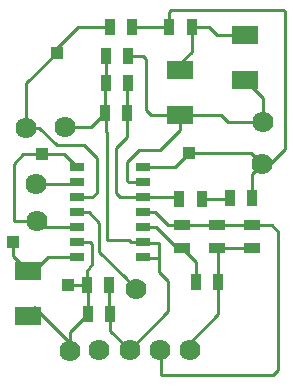
<source format=gtl>
G04 (created by PCBNEW (2013-07-07 BZR 4022)-stable) date 11/20/2014 12:16:24 PM*
%MOIN*%
G04 Gerber Fmt 3.4, Leading zero omitted, Abs format*
%FSLAX34Y34*%
G01*
G70*
G90*
G04 APERTURE LIST*
%ADD10C,0.00590551*%
%ADD11R,0.05X0.025*%
%ADD12R,0.035X0.055*%
%ADD13R,0.055X0.035*%
%ADD14R,0.0393701X0.0393701*%
%ADD15R,0.0866X0.063*%
%ADD16C,0.0700787*%
%ADD17C,0.07*%
%ADD18C,0.01*%
G04 APERTURE END LIST*
G54D10*
G54D11*
X16700Y-14300D03*
X16700Y-13800D03*
X16700Y-13300D03*
X16700Y-12800D03*
X16700Y-12300D03*
X16700Y-11800D03*
X16700Y-11300D03*
X14500Y-11300D03*
X14500Y-11800D03*
X14500Y-12300D03*
X14500Y-12800D03*
X14500Y-13300D03*
X14500Y-13800D03*
X14500Y-14300D03*
G54D12*
X15603Y-6629D03*
X16353Y-6629D03*
G54D13*
X20350Y-13235D03*
X20350Y-13985D03*
X19190Y-13235D03*
X19190Y-13985D03*
G54D12*
X14835Y-15210D03*
X15585Y-15210D03*
X14875Y-16180D03*
X15625Y-16180D03*
X18681Y-12347D03*
X17931Y-12347D03*
X20359Y-12321D03*
X19609Y-12321D03*
X17594Y-6608D03*
X18344Y-6608D03*
X16195Y-9490D03*
X15445Y-9490D03*
X16219Y-7584D03*
X15469Y-7584D03*
X16219Y-8484D03*
X15469Y-8484D03*
X18483Y-15113D03*
X19233Y-15113D03*
G54D13*
X18010Y-13235D03*
X18010Y-13985D03*
G54D14*
X18254Y-10825D03*
X14210Y-15210D03*
X13840Y-7480D03*
X12380Y-13780D03*
G54D15*
X12870Y-14752D03*
X12870Y-16248D03*
X17954Y-9543D03*
X17954Y-8047D03*
X20118Y-6896D03*
X20118Y-8392D03*
G54D16*
X14270Y-17405D03*
X15263Y-17395D03*
X16267Y-17395D03*
X17271Y-17395D03*
X18275Y-17395D03*
G54D14*
X13360Y-10870D03*
G54D16*
X20687Y-11189D03*
X20713Y-9784D03*
X14100Y-9950D03*
X12820Y-9980D03*
X13190Y-13080D03*
X13160Y-11860D03*
G54D17*
X16490Y-15350D03*
G54D18*
X14210Y-15210D02*
X14835Y-15210D01*
X14835Y-15210D02*
X14835Y-14765D01*
X14970Y-13800D02*
X14500Y-13800D01*
X15030Y-13920D02*
X14970Y-13800D01*
X15030Y-14510D02*
X15030Y-13920D01*
X14835Y-14765D02*
X15030Y-14510D01*
X14875Y-16180D02*
X14875Y-15250D01*
X14875Y-15250D02*
X14835Y-15210D01*
X14270Y-17405D02*
X14270Y-17158D01*
X14270Y-17158D02*
X13080Y-15968D01*
X14270Y-17405D02*
X14270Y-16785D01*
X14270Y-16785D02*
X14875Y-16180D01*
X13160Y-11860D02*
X14440Y-11860D01*
X14440Y-11860D02*
X14500Y-11800D01*
X14484Y-11816D02*
X14500Y-11800D01*
X17954Y-8047D02*
X17954Y-7834D01*
X18344Y-7444D02*
X18344Y-6608D01*
X17954Y-7834D02*
X18344Y-7444D01*
X20118Y-6896D02*
X19188Y-6896D01*
X18900Y-6608D02*
X18344Y-6608D01*
X19188Y-6896D02*
X18900Y-6608D01*
X20098Y-6916D02*
X20118Y-6896D01*
X19923Y-7091D02*
X20118Y-6896D01*
X17330Y-18230D02*
X17330Y-17453D01*
X17330Y-17453D02*
X17271Y-17395D01*
X21230Y-13650D02*
X21230Y-13450D01*
X21015Y-13235D02*
X20350Y-13235D01*
X21230Y-13450D02*
X21015Y-13235D01*
X21230Y-18040D02*
X21230Y-13650D01*
X21230Y-13650D02*
X21230Y-13630D01*
X21040Y-18230D02*
X21230Y-18040D01*
X17323Y-18230D02*
X17330Y-18230D01*
X17330Y-18230D02*
X21040Y-18230D01*
X19190Y-13235D02*
X20350Y-13235D01*
X18010Y-13235D02*
X19190Y-13235D01*
X16700Y-12800D02*
X17110Y-12800D01*
X17545Y-13235D02*
X18010Y-13235D01*
X17110Y-12800D02*
X17545Y-13235D01*
X15625Y-16180D02*
X15625Y-16752D01*
X15625Y-16752D02*
X16267Y-17395D01*
X15585Y-15210D02*
X15585Y-16140D01*
X15585Y-16140D02*
X15625Y-16180D01*
X14100Y-9950D02*
X14985Y-9950D01*
X14985Y-9950D02*
X15445Y-9490D01*
X15445Y-9490D02*
X15445Y-8508D01*
X15445Y-8508D02*
X15469Y-8484D01*
X15520Y-10318D02*
X15463Y-9508D01*
X15463Y-9508D02*
X15445Y-9490D01*
X15520Y-13719D02*
X15520Y-10318D01*
X15520Y-10318D02*
X15512Y-10310D01*
X16242Y-13719D02*
X16323Y-13800D01*
X16323Y-13800D02*
X16700Y-13800D01*
X15512Y-13719D02*
X15520Y-13719D01*
X15520Y-13719D02*
X16242Y-13719D01*
X17265Y-14325D02*
X16725Y-14325D01*
X16725Y-14325D02*
X16700Y-14300D01*
X17265Y-13817D02*
X16717Y-13817D01*
X16717Y-13817D02*
X16700Y-13800D01*
X17265Y-14325D02*
X17265Y-13817D01*
X17265Y-14334D02*
X17265Y-14325D01*
X17265Y-14324D02*
X17265Y-14334D01*
X17265Y-14334D02*
X17265Y-14785D01*
X17560Y-16103D02*
X16267Y-17395D01*
X17560Y-15080D02*
X17560Y-16103D01*
X17265Y-14785D02*
X17560Y-15080D01*
X15469Y-8484D02*
X15469Y-7584D01*
X16653Y-14347D02*
X16700Y-14300D01*
X18681Y-12347D02*
X19583Y-12347D01*
X19583Y-12347D02*
X19609Y-12321D01*
X12870Y-14752D02*
X13099Y-14752D01*
X13551Y-14300D02*
X14500Y-14300D01*
X13099Y-14752D02*
X13551Y-14300D01*
X12380Y-13780D02*
X12380Y-14262D01*
X12380Y-14262D02*
X12870Y-14752D01*
X18010Y-13985D02*
X17835Y-13985D01*
X17150Y-13300D02*
X16700Y-13300D01*
X17835Y-13985D02*
X17150Y-13300D01*
X18483Y-15113D02*
X18483Y-14458D01*
X18483Y-14458D02*
X18010Y-13985D01*
X16195Y-9490D02*
X16195Y-8508D01*
X16195Y-8508D02*
X16219Y-8484D01*
X15813Y-11140D02*
X15813Y-10657D01*
X16195Y-10275D02*
X16195Y-9490D01*
X15813Y-10657D02*
X16195Y-10275D01*
X16700Y-12300D02*
X15961Y-12300D01*
X15813Y-12152D02*
X15813Y-11140D01*
X15813Y-11140D02*
X15813Y-11102D01*
X15961Y-12300D02*
X15813Y-12152D01*
X16700Y-12300D02*
X17884Y-12300D01*
X17884Y-12300D02*
X17931Y-12347D01*
X16219Y-7584D02*
X16704Y-7584D01*
X16983Y-9543D02*
X17954Y-9543D01*
X16820Y-9380D02*
X16983Y-9543D01*
X16820Y-7700D02*
X16820Y-9380D01*
X16704Y-7584D02*
X16820Y-7700D01*
X20713Y-9784D02*
X20713Y-8987D01*
X20713Y-8987D02*
X20118Y-8392D01*
X17954Y-9543D02*
X19313Y-9543D01*
X19554Y-9784D02*
X20713Y-9784D01*
X19313Y-9543D02*
X19554Y-9784D01*
X16700Y-11800D02*
X16238Y-11800D01*
X17954Y-10053D02*
X17954Y-9543D01*
X17283Y-10724D02*
X17954Y-10053D01*
X16590Y-10724D02*
X17283Y-10724D01*
X16184Y-11130D02*
X16590Y-10724D01*
X16184Y-11746D02*
X16184Y-11130D01*
X16238Y-11800D02*
X16184Y-11746D01*
X19854Y-8515D02*
X19932Y-8437D01*
X17241Y-6629D02*
X17573Y-6629D01*
X17573Y-6629D02*
X17594Y-6608D01*
X17594Y-6608D02*
X17594Y-6129D01*
X17594Y-6129D02*
X17654Y-6069D01*
X17955Y-6069D02*
X17654Y-6069D01*
X17654Y-6069D02*
X17647Y-6069D01*
X17244Y-6629D02*
X17241Y-6629D01*
X17241Y-6629D02*
X16353Y-6629D01*
X21454Y-10682D02*
X21454Y-6112D01*
X20947Y-11189D02*
X21454Y-10682D01*
X20687Y-11189D02*
X20947Y-11189D01*
X21411Y-6069D02*
X17955Y-6069D01*
X17955Y-6069D02*
X17906Y-6069D01*
X21454Y-6112D02*
X21411Y-6069D01*
X20359Y-12321D02*
X20359Y-11517D01*
X20359Y-11517D02*
X20687Y-11189D01*
X18254Y-10825D02*
X20323Y-10825D01*
X20323Y-10825D02*
X20687Y-11189D01*
X16700Y-11300D02*
X17779Y-11300D01*
X17779Y-11300D02*
X18254Y-10825D01*
X12820Y-9980D02*
X13260Y-9980D01*
X15030Y-12300D02*
X14500Y-12300D01*
X15170Y-12160D02*
X15030Y-12300D01*
X15170Y-10990D02*
X15170Y-12160D01*
X14750Y-10570D02*
X15170Y-10990D01*
X13850Y-10570D02*
X14750Y-10570D01*
X13260Y-9980D02*
X13850Y-10570D01*
X12820Y-9980D02*
X12820Y-8500D01*
X12820Y-8500D02*
X13840Y-7480D01*
X13840Y-7480D02*
X13840Y-7330D01*
X14541Y-6629D02*
X15603Y-6629D01*
X13840Y-7330D02*
X14541Y-6629D01*
X19190Y-13985D02*
X20350Y-13985D01*
X19233Y-15113D02*
X19233Y-14028D01*
X19233Y-14028D02*
X19190Y-13985D01*
X18275Y-17395D02*
X18275Y-17154D01*
X19233Y-16197D02*
X19233Y-15113D01*
X18275Y-17154D02*
X19233Y-16197D01*
X14500Y-12800D02*
X14910Y-12800D01*
X16490Y-15350D02*
X16100Y-14960D01*
X15260Y-14120D02*
X16100Y-14960D01*
X15260Y-13150D02*
X15260Y-14120D01*
X14910Y-12800D02*
X15260Y-13150D01*
X13190Y-13080D02*
X12430Y-13080D01*
X12720Y-10870D02*
X13360Y-10870D01*
X12410Y-11180D02*
X12720Y-10870D01*
X12410Y-13060D02*
X12410Y-11180D01*
X12430Y-13080D02*
X12410Y-13060D01*
X14500Y-13300D02*
X13410Y-13300D01*
X13410Y-13300D02*
X13190Y-13080D01*
X13360Y-10870D02*
X14070Y-10870D01*
X14070Y-10870D02*
X14500Y-11300D01*
X14479Y-13321D02*
X14500Y-13300D01*
M02*

</source>
